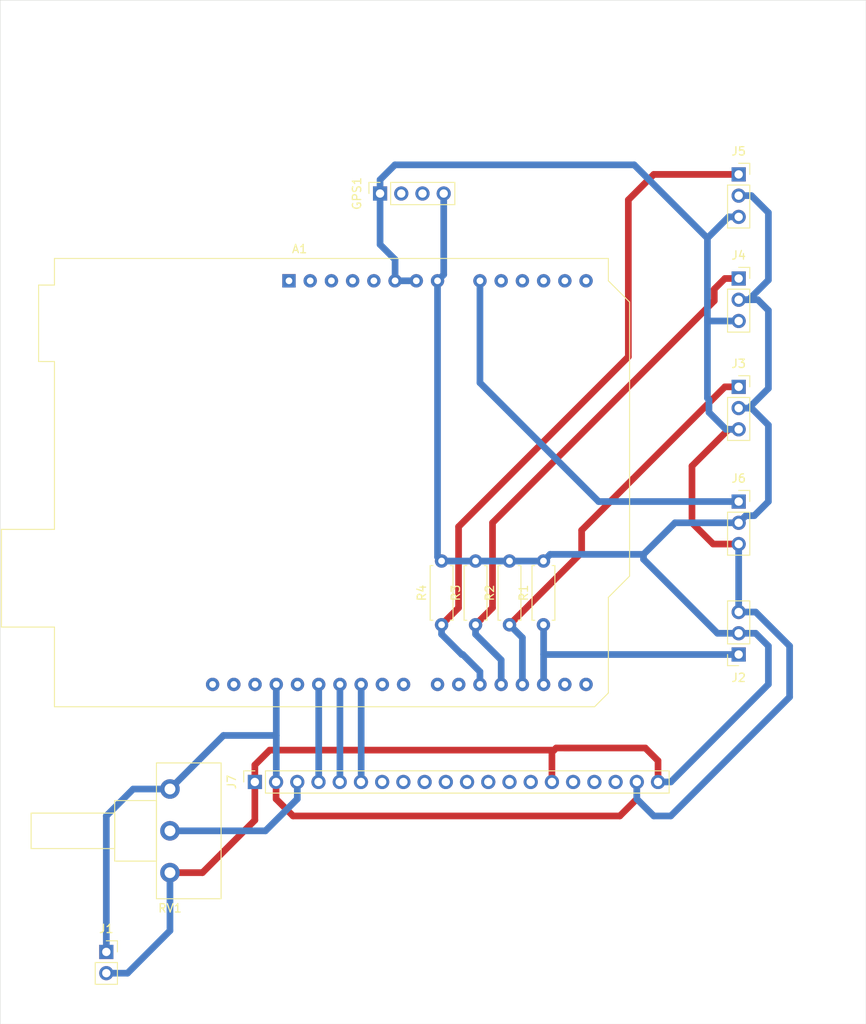
<source format=kicad_pcb>
(kicad_pcb (version 20171130) (host pcbnew "(5.1.4)-1")

  (general
    (thickness 1.6)
    (drawings 18)
    (tracks 140)
    (zones 0)
    (modules 14)
    (nets 43)
  )

  (page A4)
  (layers
    (0 F.Cu signal)
    (31 B.Cu signal)
    (32 B.Adhes user)
    (33 F.Adhes user)
    (34 B.Paste user)
    (35 F.Paste user)
    (36 B.SilkS user)
    (37 F.SilkS user)
    (38 B.Mask user)
    (39 F.Mask user)
    (40 Dwgs.User user)
    (41 Cmts.User user)
    (42 Eco1.User user)
    (43 Eco2.User user)
    (44 Edge.Cuts user)
    (45 Margin user)
    (46 B.CrtYd user)
    (47 F.CrtYd user)
    (48 B.Fab user)
    (49 F.Fab user)
  )

  (setup
    (last_trace_width 0.8)
    (user_trace_width 0.8)
    (trace_clearance 0.2)
    (zone_clearance 0.508)
    (zone_45_only no)
    (trace_min 0.2)
    (via_size 0.8)
    (via_drill 0.4)
    (via_min_size 0.4)
    (via_min_drill 0.3)
    (uvia_size 0.3)
    (uvia_drill 0.1)
    (uvias_allowed no)
    (uvia_min_size 0.2)
    (uvia_min_drill 0.1)
    (edge_width 0.05)
    (segment_width 0.2)
    (pcb_text_width 0.3)
    (pcb_text_size 1.5 1.5)
    (mod_edge_width 0.12)
    (mod_text_size 1 1)
    (mod_text_width 0.15)
    (pad_size 1.524 1.524)
    (pad_drill 0.762)
    (pad_to_mask_clearance 0.051)
    (solder_mask_min_width 0.25)
    (aux_axis_origin 0 0)
    (visible_elements FFFFFF7F)
    (pcbplotparams
      (layerselection 0x010fc_ffffffff)
      (usegerberextensions false)
      (usegerberattributes false)
      (usegerberadvancedattributes false)
      (creategerberjobfile false)
      (excludeedgelayer true)
      (linewidth 0.100000)
      (plotframeref false)
      (viasonmask false)
      (mode 1)
      (useauxorigin false)
      (hpglpennumber 1)
      (hpglpenspeed 20)
      (hpglpendiameter 15.000000)
      (psnegative false)
      (psa4output false)
      (plotreference true)
      (plotvalue true)
      (plotinvisibletext false)
      (padsonsilk false)
      (subtractmaskfromsilk false)
      (outputformat 1)
      (mirror false)
      (drillshape 1)
      (scaleselection 1)
      (outputdirectory ""))
  )

  (net 0 "")
  (net 1 "Net-(A1-Pad32)")
  (net 2 "Net-(A1-Pad31)")
  (net 3 "Net-(A1-Pad1)")
  (net 4 "Net-(A1-Pad17)")
  (net 5 "Net-(A1-Pad2)")
  (net 6 "Net-(A1-Pad18)")
  (net 7 "Net-(A1-Pad3)")
  (net 8 "Net-(A1-Pad19)")
  (net 9 "Net-(A1-Pad4)")
  (net 10 "Net-(A1-Pad20)")
  (net 11 "Net-(A1-Pad5)")
  (net 12 "Net-(A1-Pad21)")
  (net 13 /Vcc)
  (net 14 "Net-(A1-Pad22)")
  (net 15 "Net-(A1-Pad23)")
  (net 16 /GND)
  (net 17 "Net-(A1-Pad24)")
  (net 18 "Net-(A1-Pad9)")
  (net 19 "Net-(A1-Pad25)")
  (net 20 "Net-(A1-Pad10)")
  (net 21 "Net-(A1-Pad26)")
  (net 22 "Net-(A1-Pad11)")
  (net 23 "Net-(A1-Pad27)")
  (net 24 "Net-(A1-Pad12)")
  (net 25 "Net-(A1-Pad28)")
  (net 26 "Net-(A1-Pad13)")
  (net 27 "Net-(A1-Pad14)")
  (net 28 "Net-(A1-Pad30)")
  (net 29 "Net-(A1-Pad15)")
  (net 30 "Net-(A1-Pad16)")
  (net 31 "Net-(J7-Pad3)")
  (net 32 "Net-(J7-Pad7)")
  (net 33 "Net-(J7-Pad8)")
  (net 34 "Net-(J7-Pad9)")
  (net 35 "Net-(J7-Pad10)")
  (net 36 "Net-(J7-Pad11)")
  (net 37 "Net-(J7-Pad12)")
  (net 38 "Net-(J7-Pad13)")
  (net 39 "Net-(J7-Pad14)")
  (net 40 "Net-(J7-Pad16)")
  (net 41 "Net-(J7-Pad17)")
  (net 42 "Net-(J7-Pad18)")

  (net_class Default "Esta es la clase de red por defecto."
    (clearance 0.2)
    (trace_width 0.25)
    (via_dia 0.8)
    (via_drill 0.4)
    (uvia_dia 0.3)
    (uvia_drill 0.1)
    (add_net /GND)
    (add_net /Vcc)
    (add_net "Net-(A1-Pad1)")
    (add_net "Net-(A1-Pad10)")
    (add_net "Net-(A1-Pad11)")
    (add_net "Net-(A1-Pad12)")
    (add_net "Net-(A1-Pad13)")
    (add_net "Net-(A1-Pad14)")
    (add_net "Net-(A1-Pad15)")
    (add_net "Net-(A1-Pad16)")
    (add_net "Net-(A1-Pad17)")
    (add_net "Net-(A1-Pad18)")
    (add_net "Net-(A1-Pad19)")
    (add_net "Net-(A1-Pad2)")
    (add_net "Net-(A1-Pad20)")
    (add_net "Net-(A1-Pad21)")
    (add_net "Net-(A1-Pad22)")
    (add_net "Net-(A1-Pad23)")
    (add_net "Net-(A1-Pad24)")
    (add_net "Net-(A1-Pad25)")
    (add_net "Net-(A1-Pad26)")
    (add_net "Net-(A1-Pad27)")
    (add_net "Net-(A1-Pad28)")
    (add_net "Net-(A1-Pad3)")
    (add_net "Net-(A1-Pad30)")
    (add_net "Net-(A1-Pad31)")
    (add_net "Net-(A1-Pad32)")
    (add_net "Net-(A1-Pad4)")
    (add_net "Net-(A1-Pad5)")
    (add_net "Net-(A1-Pad9)")
    (add_net "Net-(J7-Pad10)")
    (add_net "Net-(J7-Pad11)")
    (add_net "Net-(J7-Pad12)")
    (add_net "Net-(J7-Pad13)")
    (add_net "Net-(J7-Pad14)")
    (add_net "Net-(J7-Pad16)")
    (add_net "Net-(J7-Pad17)")
    (add_net "Net-(J7-Pad18)")
    (add_net "Net-(J7-Pad3)")
    (add_net "Net-(J7-Pad7)")
    (add_net "Net-(J7-Pad8)")
    (add_net "Net-(J7-Pad9)")
  )

  (module Module:Arduino_UNO_R3 (layer F.Cu) (tedit 58AB60FC) (tstamp 5D984B31)
    (at 101.113001 88.413001)
    (descr "Arduino UNO R3, http://www.mouser.com/pdfdocs/Gravitech_Arduino_Nano3_0.pdf")
    (tags "Arduino UNO R3")
    (path /5D966E3F)
    (fp_text reference A1 (at 1.27 -3.81 180) (layer F.SilkS)
      (effects (font (size 1 1) (thickness 0.15)))
    )
    (fp_text value Arduino_UNO_R3 (at 0 22.86) (layer F.Fab)
      (effects (font (size 1 1) (thickness 0.15)))
    )
    (fp_text user %R (at 0 20.32 180) (layer F.Fab)
      (effects (font (size 1 1) (thickness 0.15)))
    )
    (fp_line (start 38.35 -2.79) (end 38.35 0) (layer F.CrtYd) (width 0.05))
    (fp_line (start 38.35 0) (end 40.89 2.54) (layer F.CrtYd) (width 0.05))
    (fp_line (start 40.89 2.54) (end 40.89 35.31) (layer F.CrtYd) (width 0.05))
    (fp_line (start 40.89 35.31) (end 38.35 37.85) (layer F.CrtYd) (width 0.05))
    (fp_line (start 38.35 37.85) (end 38.35 49.28) (layer F.CrtYd) (width 0.05))
    (fp_line (start 38.35 49.28) (end 36.58 51.05) (layer F.CrtYd) (width 0.05))
    (fp_line (start 36.58 51.05) (end -28.19 51.05) (layer F.CrtYd) (width 0.05))
    (fp_line (start -28.19 51.05) (end -28.19 41.53) (layer F.CrtYd) (width 0.05))
    (fp_line (start -28.19 41.53) (end -34.54 41.53) (layer F.CrtYd) (width 0.05))
    (fp_line (start -34.54 41.53) (end -34.54 29.59) (layer F.CrtYd) (width 0.05))
    (fp_line (start -34.54 29.59) (end -28.19 29.59) (layer F.CrtYd) (width 0.05))
    (fp_line (start -28.19 29.59) (end -28.19 9.78) (layer F.CrtYd) (width 0.05))
    (fp_line (start -28.19 9.78) (end -30.1 9.78) (layer F.CrtYd) (width 0.05))
    (fp_line (start -30.1 9.78) (end -30.1 0.38) (layer F.CrtYd) (width 0.05))
    (fp_line (start -30.1 0.38) (end -28.19 0.38) (layer F.CrtYd) (width 0.05))
    (fp_line (start -28.19 0.38) (end -28.19 -2.79) (layer F.CrtYd) (width 0.05))
    (fp_line (start -28.19 -2.79) (end 38.35 -2.79) (layer F.CrtYd) (width 0.05))
    (fp_line (start 40.77 35.31) (end 40.77 2.54) (layer F.SilkS) (width 0.12))
    (fp_line (start 40.77 2.54) (end 38.23 0) (layer F.SilkS) (width 0.12))
    (fp_line (start 38.23 0) (end 38.23 -2.67) (layer F.SilkS) (width 0.12))
    (fp_line (start 38.23 -2.67) (end -28.07 -2.67) (layer F.SilkS) (width 0.12))
    (fp_line (start -28.07 -2.67) (end -28.07 0.51) (layer F.SilkS) (width 0.12))
    (fp_line (start -28.07 0.51) (end -29.97 0.51) (layer F.SilkS) (width 0.12))
    (fp_line (start -29.97 0.51) (end -29.97 9.65) (layer F.SilkS) (width 0.12))
    (fp_line (start -29.97 9.65) (end -28.07 9.65) (layer F.SilkS) (width 0.12))
    (fp_line (start -28.07 9.65) (end -28.07 29.72) (layer F.SilkS) (width 0.12))
    (fp_line (start -28.07 29.72) (end -34.42 29.72) (layer F.SilkS) (width 0.12))
    (fp_line (start -34.42 29.72) (end -34.42 41.4) (layer F.SilkS) (width 0.12))
    (fp_line (start -34.42 41.4) (end -28.07 41.4) (layer F.SilkS) (width 0.12))
    (fp_line (start -28.07 41.4) (end -28.07 50.93) (layer F.SilkS) (width 0.12))
    (fp_line (start -28.07 50.93) (end 36.58 50.93) (layer F.SilkS) (width 0.12))
    (fp_line (start 36.58 50.93) (end 38.23 49.28) (layer F.SilkS) (width 0.12))
    (fp_line (start 38.23 49.28) (end 38.23 37.85) (layer F.SilkS) (width 0.12))
    (fp_line (start 38.23 37.85) (end 40.77 35.31) (layer F.SilkS) (width 0.12))
    (fp_line (start -34.29 29.84) (end -18.41 29.84) (layer F.Fab) (width 0.1))
    (fp_line (start -18.41 29.84) (end -18.41 41.27) (layer F.Fab) (width 0.1))
    (fp_line (start -18.41 41.27) (end -34.29 41.27) (layer F.Fab) (width 0.1))
    (fp_line (start -34.29 41.27) (end -34.29 29.84) (layer F.Fab) (width 0.1))
    (fp_line (start -29.84 0.64) (end -16.51 0.64) (layer F.Fab) (width 0.1))
    (fp_line (start -16.51 0.64) (end -16.51 9.53) (layer F.Fab) (width 0.1))
    (fp_line (start -16.51 9.53) (end -29.84 9.53) (layer F.Fab) (width 0.1))
    (fp_line (start -29.84 9.53) (end -29.84 0.64) (layer F.Fab) (width 0.1))
    (fp_line (start 38.1 37.85) (end 38.1 49.28) (layer F.Fab) (width 0.1))
    (fp_line (start 40.64 2.54) (end 40.64 35.31) (layer F.Fab) (width 0.1))
    (fp_line (start 40.64 35.31) (end 38.1 37.85) (layer F.Fab) (width 0.1))
    (fp_line (start 38.1 -2.54) (end 38.1 0) (layer F.Fab) (width 0.1))
    (fp_line (start 38.1 0) (end 40.64 2.54) (layer F.Fab) (width 0.1))
    (fp_line (start 38.1 49.28) (end 36.58 50.8) (layer F.Fab) (width 0.1))
    (fp_line (start 36.58 50.8) (end -27.94 50.8) (layer F.Fab) (width 0.1))
    (fp_line (start -27.94 50.8) (end -27.94 -2.54) (layer F.Fab) (width 0.1))
    (fp_line (start -27.94 -2.54) (end 38.1 -2.54) (layer F.Fab) (width 0.1))
    (pad 32 thru_hole oval (at -9.14 48.26 90) (size 1.6 1.6) (drill 0.8) (layers *.Cu *.Mask)
      (net 1 "Net-(A1-Pad32)"))
    (pad 31 thru_hole oval (at -6.6 48.26 90) (size 1.6 1.6) (drill 0.8) (layers *.Cu *.Mask)
      (net 2 "Net-(A1-Pad31)"))
    (pad 1 thru_hole rect (at 0 0 90) (size 1.6 1.6) (drill 0.8) (layers *.Cu *.Mask)
      (net 3 "Net-(A1-Pad1)"))
    (pad 17 thru_hole oval (at 30.48 48.26 90) (size 1.6 1.6) (drill 0.8) (layers *.Cu *.Mask)
      (net 4 "Net-(A1-Pad17)"))
    (pad 2 thru_hole oval (at 2.54 0 90) (size 1.6 1.6) (drill 0.8) (layers *.Cu *.Mask)
      (net 5 "Net-(A1-Pad2)"))
    (pad 18 thru_hole oval (at 27.94 48.26 90) (size 1.6 1.6) (drill 0.8) (layers *.Cu *.Mask)
      (net 6 "Net-(A1-Pad18)"))
    (pad 3 thru_hole oval (at 5.08 0 90) (size 1.6 1.6) (drill 0.8) (layers *.Cu *.Mask)
      (net 7 "Net-(A1-Pad3)"))
    (pad 19 thru_hole oval (at 25.4 48.26 90) (size 1.6 1.6) (drill 0.8) (layers *.Cu *.Mask)
      (net 8 "Net-(A1-Pad19)"))
    (pad 4 thru_hole oval (at 7.62 0 90) (size 1.6 1.6) (drill 0.8) (layers *.Cu *.Mask)
      (net 9 "Net-(A1-Pad4)"))
    (pad 20 thru_hole oval (at 22.86 48.26 90) (size 1.6 1.6) (drill 0.8) (layers *.Cu *.Mask)
      (net 10 "Net-(A1-Pad20)"))
    (pad 5 thru_hole oval (at 10.16 0 90) (size 1.6 1.6) (drill 0.8) (layers *.Cu *.Mask)
      (net 11 "Net-(A1-Pad5)"))
    (pad 21 thru_hole oval (at 20.32 48.26 90) (size 1.6 1.6) (drill 0.8) (layers *.Cu *.Mask)
      (net 12 "Net-(A1-Pad21)"))
    (pad 6 thru_hole oval (at 12.7 0 90) (size 1.6 1.6) (drill 0.8) (layers *.Cu *.Mask)
      (net 13 /Vcc))
    (pad 22 thru_hole oval (at 17.78 48.26 90) (size 1.6 1.6) (drill 0.8) (layers *.Cu *.Mask)
      (net 14 "Net-(A1-Pad22)"))
    (pad 7 thru_hole oval (at 15.24 0 90) (size 1.6 1.6) (drill 0.8) (layers *.Cu *.Mask)
      (net 13 /Vcc))
    (pad 23 thru_hole oval (at 13.72 48.26 90) (size 1.6 1.6) (drill 0.8) (layers *.Cu *.Mask)
      (net 15 "Net-(A1-Pad23)"))
    (pad 8 thru_hole oval (at 17.78 0 90) (size 1.6 1.6) (drill 0.8) (layers *.Cu *.Mask)
      (net 16 /GND))
    (pad 24 thru_hole oval (at 11.18 48.26 90) (size 1.6 1.6) (drill 0.8) (layers *.Cu *.Mask)
      (net 17 "Net-(A1-Pad24)"))
    (pad 9 thru_hole oval (at 22.86 0 90) (size 1.6 1.6) (drill 0.8) (layers *.Cu *.Mask)
      (net 18 "Net-(A1-Pad9)"))
    (pad 25 thru_hole oval (at 8.64 48.26 90) (size 1.6 1.6) (drill 0.8) (layers *.Cu *.Mask)
      (net 19 "Net-(A1-Pad25)"))
    (pad 10 thru_hole oval (at 25.4 0 90) (size 1.6 1.6) (drill 0.8) (layers *.Cu *.Mask)
      (net 20 "Net-(A1-Pad10)"))
    (pad 26 thru_hole oval (at 6.1 48.26 90) (size 1.6 1.6) (drill 0.8) (layers *.Cu *.Mask)
      (net 21 "Net-(A1-Pad26)"))
    (pad 11 thru_hole oval (at 27.94 0 90) (size 1.6 1.6) (drill 0.8) (layers *.Cu *.Mask)
      (net 22 "Net-(A1-Pad11)"))
    (pad 27 thru_hole oval (at 3.56 48.26 90) (size 1.6 1.6) (drill 0.8) (layers *.Cu *.Mask)
      (net 23 "Net-(A1-Pad27)"))
    (pad 12 thru_hole oval (at 30.48 0 90) (size 1.6 1.6) (drill 0.8) (layers *.Cu *.Mask)
      (net 24 "Net-(A1-Pad12)"))
    (pad 28 thru_hole oval (at 1.02 48.26 90) (size 1.6 1.6) (drill 0.8) (layers *.Cu *.Mask)
      (net 25 "Net-(A1-Pad28)"))
    (pad 13 thru_hole oval (at 33.02 0 90) (size 1.6 1.6) (drill 0.8) (layers *.Cu *.Mask)
      (net 26 "Net-(A1-Pad13)"))
    (pad 29 thru_hole oval (at -1.52 48.26 90) (size 1.6 1.6) (drill 0.8) (layers *.Cu *.Mask)
      (net 13 /Vcc))
    (pad 14 thru_hole oval (at 35.56 0 90) (size 1.6 1.6) (drill 0.8) (layers *.Cu *.Mask)
      (net 27 "Net-(A1-Pad14)"))
    (pad 30 thru_hole oval (at -4.06 48.26 90) (size 1.6 1.6) (drill 0.8) (layers *.Cu *.Mask)
      (net 28 "Net-(A1-Pad30)"))
    (pad 15 thru_hole oval (at 35.56 48.26 90) (size 1.6 1.6) (drill 0.8) (layers *.Cu *.Mask)
      (net 29 "Net-(A1-Pad15)"))
    (pad 16 thru_hole oval (at 33.02 48.26 90) (size 1.6 1.6) (drill 0.8) (layers *.Cu *.Mask)
      (net 30 "Net-(A1-Pad16)"))
    (model ${KISYS3DMOD}/Module.3dshapes/Arduino_UNO_R3.wrl
      (at (xyz 0 0 0))
      (scale (xyz 1 1 1))
      (rotate (xyz 0 0 0))
    )
  )

  (module Resistor_THT:R_Axial_DIN0207_L6.3mm_D2.5mm_P7.62mm_Horizontal (layer F.Cu) (tedit 5AE5139B) (tstamp 5D984BF7)
    (at 131.572 129.54 90)
    (descr "Resistor, Axial_DIN0207 series, Axial, Horizontal, pin pitch=7.62mm, 0.25W = 1/4W, length*diameter=6.3*2.5mm^2, http://cdn-reichelt.de/documents/datenblatt/B400/1_4W%23YAG.pdf")
    (tags "Resistor Axial_DIN0207 series Axial Horizontal pin pitch 7.62mm 0.25W = 1/4W length 6.3mm diameter 2.5mm")
    (path /5D987317)
    (fp_text reference R1 (at 3.81 -2.37 90) (layer F.SilkS)
      (effects (font (size 1 1) (thickness 0.15)))
    )
    (fp_text value 10k (at 3.81 2.37 90) (layer F.Fab)
      (effects (font (size 1 1) (thickness 0.15)))
    )
    (fp_text user %R (at 3.81 0 90) (layer F.Fab)
      (effects (font (size 1 1) (thickness 0.15)))
    )
    (fp_line (start 8.67 -1.5) (end -1.05 -1.5) (layer F.CrtYd) (width 0.05))
    (fp_line (start 8.67 1.5) (end 8.67 -1.5) (layer F.CrtYd) (width 0.05))
    (fp_line (start -1.05 1.5) (end 8.67 1.5) (layer F.CrtYd) (width 0.05))
    (fp_line (start -1.05 -1.5) (end -1.05 1.5) (layer F.CrtYd) (width 0.05))
    (fp_line (start 7.08 1.37) (end 7.08 1.04) (layer F.SilkS) (width 0.12))
    (fp_line (start 0.54 1.37) (end 7.08 1.37) (layer F.SilkS) (width 0.12))
    (fp_line (start 0.54 1.04) (end 0.54 1.37) (layer F.SilkS) (width 0.12))
    (fp_line (start 7.08 -1.37) (end 7.08 -1.04) (layer F.SilkS) (width 0.12))
    (fp_line (start 0.54 -1.37) (end 7.08 -1.37) (layer F.SilkS) (width 0.12))
    (fp_line (start 0.54 -1.04) (end 0.54 -1.37) (layer F.SilkS) (width 0.12))
    (fp_line (start 7.62 0) (end 6.96 0) (layer F.Fab) (width 0.1))
    (fp_line (start 0 0) (end 0.66 0) (layer F.Fab) (width 0.1))
    (fp_line (start 6.96 -1.25) (end 0.66 -1.25) (layer F.Fab) (width 0.1))
    (fp_line (start 6.96 1.25) (end 6.96 -1.25) (layer F.Fab) (width 0.1))
    (fp_line (start 0.66 1.25) (end 6.96 1.25) (layer F.Fab) (width 0.1))
    (fp_line (start 0.66 -1.25) (end 0.66 1.25) (layer F.Fab) (width 0.1))
    (pad 2 thru_hole oval (at 7.62 0 90) (size 1.6 1.6) (drill 0.8) (layers *.Cu *.Mask)
      (net 16 /GND))
    (pad 1 thru_hole circle (at 0 0 90) (size 1.6 1.6) (drill 0.8) (layers *.Cu *.Mask)
      (net 4 "Net-(A1-Pad17)"))
    (model ${KISYS3DMOD}/Resistor_THT.3dshapes/R_Axial_DIN0207_L6.3mm_D2.5mm_P7.62mm_Horizontal.wrl
      (at (xyz 0 0 0))
      (scale (xyz 1 1 1))
      (rotate (xyz 0 0 0))
    )
  )

  (module Resistor_THT:R_Axial_DIN0207_L6.3mm_D2.5mm_P7.62mm_Horizontal (layer F.Cu) (tedit 5AE5139B) (tstamp 5D985982)
    (at 127.508 129.54 90)
    (descr "Resistor, Axial_DIN0207 series, Axial, Horizontal, pin pitch=7.62mm, 0.25W = 1/4W, length*diameter=6.3*2.5mm^2, http://cdn-reichelt.de/documents/datenblatt/B400/1_4W%23YAG.pdf")
    (tags "Resistor Axial_DIN0207 series Axial Horizontal pin pitch 7.62mm 0.25W = 1/4W length 6.3mm diameter 2.5mm")
    (path /5D9878C7)
    (fp_text reference R2 (at 3.81 -2.37 90) (layer F.SilkS)
      (effects (font (size 1 1) (thickness 0.15)))
    )
    (fp_text value 10k (at 3.81 2.37 90) (layer F.Fab)
      (effects (font (size 1 1) (thickness 0.15)))
    )
    (fp_line (start 0.66 -1.25) (end 0.66 1.25) (layer F.Fab) (width 0.1))
    (fp_line (start 0.66 1.25) (end 6.96 1.25) (layer F.Fab) (width 0.1))
    (fp_line (start 6.96 1.25) (end 6.96 -1.25) (layer F.Fab) (width 0.1))
    (fp_line (start 6.96 -1.25) (end 0.66 -1.25) (layer F.Fab) (width 0.1))
    (fp_line (start 0 0) (end 0.66 0) (layer F.Fab) (width 0.1))
    (fp_line (start 7.62 0) (end 6.96 0) (layer F.Fab) (width 0.1))
    (fp_line (start 0.54 -1.04) (end 0.54 -1.37) (layer F.SilkS) (width 0.12))
    (fp_line (start 0.54 -1.37) (end 7.08 -1.37) (layer F.SilkS) (width 0.12))
    (fp_line (start 7.08 -1.37) (end 7.08 -1.04) (layer F.SilkS) (width 0.12))
    (fp_line (start 0.54 1.04) (end 0.54 1.37) (layer F.SilkS) (width 0.12))
    (fp_line (start 0.54 1.37) (end 7.08 1.37) (layer F.SilkS) (width 0.12))
    (fp_line (start 7.08 1.37) (end 7.08 1.04) (layer F.SilkS) (width 0.12))
    (fp_line (start -1.05 -1.5) (end -1.05 1.5) (layer F.CrtYd) (width 0.05))
    (fp_line (start -1.05 1.5) (end 8.67 1.5) (layer F.CrtYd) (width 0.05))
    (fp_line (start 8.67 1.5) (end 8.67 -1.5) (layer F.CrtYd) (width 0.05))
    (fp_line (start 8.67 -1.5) (end -1.05 -1.5) (layer F.CrtYd) (width 0.05))
    (fp_text user %R (at 3.81 0 90) (layer F.Fab)
      (effects (font (size 1 1) (thickness 0.15)))
    )
    (pad 1 thru_hole circle (at 0 0 90) (size 1.6 1.6) (drill 0.8) (layers *.Cu *.Mask)
      (net 6 "Net-(A1-Pad18)"))
    (pad 2 thru_hole oval (at 7.62 0 90) (size 1.6 1.6) (drill 0.8) (layers *.Cu *.Mask)
      (net 16 /GND))
    (model ${KISYS3DMOD}/Resistor_THT.3dshapes/R_Axial_DIN0207_L6.3mm_D2.5mm_P7.62mm_Horizontal.wrl
      (at (xyz 0 0 0))
      (scale (xyz 1 1 1))
      (rotate (xyz 0 0 0))
    )
  )

  (module Resistor_THT:R_Axial_DIN0207_L6.3mm_D2.5mm_P7.62mm_Horizontal (layer F.Cu) (tedit 5AE5139B) (tstamp 5D984C25)
    (at 123.444 129.54 90)
    (descr "Resistor, Axial_DIN0207 series, Axial, Horizontal, pin pitch=7.62mm, 0.25W = 1/4W, length*diameter=6.3*2.5mm^2, http://cdn-reichelt.de/documents/datenblatt/B400/1_4W%23YAG.pdf")
    (tags "Resistor Axial_DIN0207 series Axial Horizontal pin pitch 7.62mm 0.25W = 1/4W length 6.3mm diameter 2.5mm")
    (path /5D9880A7)
    (fp_text reference R3 (at 3.81 -2.37 90) (layer F.SilkS)
      (effects (font (size 1 1) (thickness 0.15)))
    )
    (fp_text value 10k (at 3.81 2.37 90) (layer F.Fab)
      (effects (font (size 1 1) (thickness 0.15)))
    )
    (fp_line (start 0.66 -1.25) (end 0.66 1.25) (layer F.Fab) (width 0.1))
    (fp_line (start 0.66 1.25) (end 6.96 1.25) (layer F.Fab) (width 0.1))
    (fp_line (start 6.96 1.25) (end 6.96 -1.25) (layer F.Fab) (width 0.1))
    (fp_line (start 6.96 -1.25) (end 0.66 -1.25) (layer F.Fab) (width 0.1))
    (fp_line (start 0 0) (end 0.66 0) (layer F.Fab) (width 0.1))
    (fp_line (start 7.62 0) (end 6.96 0) (layer F.Fab) (width 0.1))
    (fp_line (start 0.54 -1.04) (end 0.54 -1.37) (layer F.SilkS) (width 0.12))
    (fp_line (start 0.54 -1.37) (end 7.08 -1.37) (layer F.SilkS) (width 0.12))
    (fp_line (start 7.08 -1.37) (end 7.08 -1.04) (layer F.SilkS) (width 0.12))
    (fp_line (start 0.54 1.04) (end 0.54 1.37) (layer F.SilkS) (width 0.12))
    (fp_line (start 0.54 1.37) (end 7.08 1.37) (layer F.SilkS) (width 0.12))
    (fp_line (start 7.08 1.37) (end 7.08 1.04) (layer F.SilkS) (width 0.12))
    (fp_line (start -1.05 -1.5) (end -1.05 1.5) (layer F.CrtYd) (width 0.05))
    (fp_line (start -1.05 1.5) (end 8.67 1.5) (layer F.CrtYd) (width 0.05))
    (fp_line (start 8.67 1.5) (end 8.67 -1.5) (layer F.CrtYd) (width 0.05))
    (fp_line (start 8.67 -1.5) (end -1.05 -1.5) (layer F.CrtYd) (width 0.05))
    (fp_text user %R (at 3.81 0 90) (layer F.Fab)
      (effects (font (size 1 1) (thickness 0.15)))
    )
    (pad 1 thru_hole circle (at 0 0 90) (size 1.6 1.6) (drill 0.8) (layers *.Cu *.Mask)
      (net 8 "Net-(A1-Pad19)"))
    (pad 2 thru_hole oval (at 7.62 0 90) (size 1.6 1.6) (drill 0.8) (layers *.Cu *.Mask)
      (net 16 /GND))
    (model ${KISYS3DMOD}/Resistor_THT.3dshapes/R_Axial_DIN0207_L6.3mm_D2.5mm_P7.62mm_Horizontal.wrl
      (at (xyz 0 0 0))
      (scale (xyz 1 1 1))
      (rotate (xyz 0 0 0))
    )
  )

  (module Resistor_THT:R_Axial_DIN0207_L6.3mm_D2.5mm_P7.62mm_Horizontal (layer F.Cu) (tedit 5AE5139B) (tstamp 5D9858D0)
    (at 119.38 129.54 90)
    (descr "Resistor, Axial_DIN0207 series, Axial, Horizontal, pin pitch=7.62mm, 0.25W = 1/4W, length*diameter=6.3*2.5mm^2, http://cdn-reichelt.de/documents/datenblatt/B400/1_4W%23YAG.pdf")
    (tags "Resistor Axial_DIN0207 series Axial Horizontal pin pitch 7.62mm 0.25W = 1/4W length 6.3mm diameter 2.5mm")
    (path /5D9887FE)
    (fp_text reference R4 (at 3.81 -2.37 90) (layer F.SilkS)
      (effects (font (size 1 1) (thickness 0.15)))
    )
    (fp_text value 10k (at 3.81 2.37 90) (layer F.Fab)
      (effects (font (size 1 1) (thickness 0.15)))
    )
    (fp_text user %R (at 3.81 0 90) (layer F.Fab)
      (effects (font (size 1 1) (thickness 0.15)))
    )
    (fp_line (start 8.67 -1.5) (end -1.05 -1.5) (layer F.CrtYd) (width 0.05))
    (fp_line (start 8.67 1.5) (end 8.67 -1.5) (layer F.CrtYd) (width 0.05))
    (fp_line (start -1.05 1.5) (end 8.67 1.5) (layer F.CrtYd) (width 0.05))
    (fp_line (start -1.05 -1.5) (end -1.05 1.5) (layer F.CrtYd) (width 0.05))
    (fp_line (start 7.08 1.37) (end 7.08 1.04) (layer F.SilkS) (width 0.12))
    (fp_line (start 0.54 1.37) (end 7.08 1.37) (layer F.SilkS) (width 0.12))
    (fp_line (start 0.54 1.04) (end 0.54 1.37) (layer F.SilkS) (width 0.12))
    (fp_line (start 7.08 -1.37) (end 7.08 -1.04) (layer F.SilkS) (width 0.12))
    (fp_line (start 0.54 -1.37) (end 7.08 -1.37) (layer F.SilkS) (width 0.12))
    (fp_line (start 0.54 -1.04) (end 0.54 -1.37) (layer F.SilkS) (width 0.12))
    (fp_line (start 7.62 0) (end 6.96 0) (layer F.Fab) (width 0.1))
    (fp_line (start 0 0) (end 0.66 0) (layer F.Fab) (width 0.1))
    (fp_line (start 6.96 -1.25) (end 0.66 -1.25) (layer F.Fab) (width 0.1))
    (fp_line (start 6.96 1.25) (end 6.96 -1.25) (layer F.Fab) (width 0.1))
    (fp_line (start 0.66 1.25) (end 6.96 1.25) (layer F.Fab) (width 0.1))
    (fp_line (start 0.66 -1.25) (end 0.66 1.25) (layer F.Fab) (width 0.1))
    (pad 2 thru_hole oval (at 7.62 0 90) (size 1.6 1.6) (drill 0.8) (layers *.Cu *.Mask)
      (net 16 /GND))
    (pad 1 thru_hole circle (at 0 0 90) (size 1.6 1.6) (drill 0.8) (layers *.Cu *.Mask)
      (net 10 "Net-(A1-Pad20)"))
    (model ${KISYS3DMOD}/Resistor_THT.3dshapes/R_Axial_DIN0207_L6.3mm_D2.5mm_P7.62mm_Horizontal.wrl
      (at (xyz 0 0 0))
      (scale (xyz 1 1 1))
      (rotate (xyz 0 0 0))
    )
  )

  (module Potentiometer_THT:Potentiometer_Piher_T-16H_Single_Horizontal (layer F.Cu) (tedit 5A3D4993) (tstamp 5D9857DD)
    (at 86.868 149.178 180)
    (descr "Potentiometer, horizontal, Piher T-16H Single, http://www.piher-nacesa.com/pdf/22-T16v03.pdf")
    (tags "Potentiometer horizontal Piher T-16H Single")
    (path /5D9B75A7)
    (fp_text reference RV1 (at 0 -14.25) (layer F.SilkS)
      (effects (font (size 1 1) (thickness 0.15)))
    )
    (fp_text value Pot10k (at 0 4.25) (layer F.Fab)
      (effects (font (size 1 1) (thickness 0.15)))
    )
    (fp_line (start -6 -13) (end -6 3) (layer F.Fab) (width 0.1))
    (fp_line (start -6 3) (end 1.5 3) (layer F.Fab) (width 0.1))
    (fp_line (start 1.5 3) (end 1.5 -13) (layer F.Fab) (width 0.1))
    (fp_line (start 1.5 -13) (end -6 -13) (layer F.Fab) (width 0.1))
    (fp_line (start 1.5 -8.5) (end 1.5 -1.5) (layer F.Fab) (width 0.1))
    (fp_line (start 1.5 -1.5) (end 6.5 -1.5) (layer F.Fab) (width 0.1))
    (fp_line (start 6.5 -1.5) (end 6.5 -8.5) (layer F.Fab) (width 0.1))
    (fp_line (start 6.5 -8.5) (end 1.5 -8.5) (layer F.Fab) (width 0.1))
    (fp_line (start 6.5 -7) (end 6.5 -3) (layer F.Fab) (width 0.1))
    (fp_line (start 6.5 -3) (end 16.5 -3) (layer F.Fab) (width 0.1))
    (fp_line (start 16.5 -3) (end 16.5 -7) (layer F.Fab) (width 0.1))
    (fp_line (start 16.5 -7) (end 6.5 -7) (layer F.Fab) (width 0.1))
    (fp_line (start -6.12 -13.12) (end 1.62 -13.12) (layer F.SilkS) (width 0.12))
    (fp_line (start -6.12 3.12) (end 1.62 3.12) (layer F.SilkS) (width 0.12))
    (fp_line (start -6.12 -13.12) (end -6.12 3.12) (layer F.SilkS) (width 0.12))
    (fp_line (start 1.62 -13.12) (end 1.62 3.12) (layer F.SilkS) (width 0.12))
    (fp_line (start 1.62 -8.62) (end 6.62 -8.62) (layer F.SilkS) (width 0.12))
    (fp_line (start 1.62 -1.38) (end 6.62 -1.38) (layer F.SilkS) (width 0.12))
    (fp_line (start 1.62 -8.62) (end 1.62 -1.38) (layer F.SilkS) (width 0.12))
    (fp_line (start 6.62 -8.62) (end 6.62 -1.38) (layer F.SilkS) (width 0.12))
    (fp_line (start 6.62 -7.12) (end 16.62 -7.12) (layer F.SilkS) (width 0.12))
    (fp_line (start 6.62 -2.88) (end 16.62 -2.88) (layer F.SilkS) (width 0.12))
    (fp_line (start 6.62 -7.12) (end 6.62 -2.88) (layer F.SilkS) (width 0.12))
    (fp_line (start 16.62 -7.12) (end 16.62 -2.88) (layer F.SilkS) (width 0.12))
    (fp_line (start -6.25 -13.25) (end -6.25 3.25) (layer F.CrtYd) (width 0.05))
    (fp_line (start -6.25 3.25) (end 16.75 3.25) (layer F.CrtYd) (width 0.05))
    (fp_line (start 16.75 3.25) (end 16.75 -13.25) (layer F.CrtYd) (width 0.05))
    (fp_line (start 16.75 -13.25) (end -6.25 -13.25) (layer F.CrtYd) (width 0.05))
    (fp_text user %R (at -2.25 -5) (layer F.Fab)
      (effects (font (size 1 1) (thickness 0.15)))
    )
    (pad 3 thru_hole circle (at 0 -10 180) (size 2.34 2.34) (drill 1.3) (layers *.Cu *.Mask)
      (net 16 /GND))
    (pad 2 thru_hole circle (at 0 -5 180) (size 2.34 2.34) (drill 1.3) (layers *.Cu *.Mask)
      (net 31 "Net-(J7-Pad3)"))
    (pad 1 thru_hole circle (at 0 0 180) (size 2.34 2.34) (drill 1.3) (layers *.Cu *.Mask)
      (net 13 /Vcc))
    (model ${KISYS3DMOD}/Potentiometer_THT.3dshapes/Potentiometer_Piher_T-16H_Single_Horizontal.wrl
      (at (xyz 0 0 0))
      (scale (xyz 1 1 1))
      (rotate (xyz 0 0 0))
    )
  )

  (module Connector_PinSocket_2.54mm:PinSocket_1x04_P2.54mm_Vertical (layer F.Cu) (tedit 5A19A429) (tstamp 5D9854C2)
    (at 112.014 77.978 90)
    (descr "Through hole straight socket strip, 1x04, 2.54mm pitch, single row (from Kicad 4.0.7), script generated")
    (tags "Through hole socket strip THT 1x04 2.54mm single row")
    (path /5D9F7FB0)
    (fp_text reference GPS1 (at 0 -2.77 90) (layer F.SilkS)
      (effects (font (size 1 1) (thickness 0.15)))
    )
    (fp_text value ConectorGPSNEO6 (at 0 10.39 90) (layer F.Fab)
      (effects (font (size 1 1) (thickness 0.15)))
    )
    (fp_line (start -1.27 -1.27) (end 0.635 -1.27) (layer F.Fab) (width 0.1))
    (fp_line (start 0.635 -1.27) (end 1.27 -0.635) (layer F.Fab) (width 0.1))
    (fp_line (start 1.27 -0.635) (end 1.27 8.89) (layer F.Fab) (width 0.1))
    (fp_line (start 1.27 8.89) (end -1.27 8.89) (layer F.Fab) (width 0.1))
    (fp_line (start -1.27 8.89) (end -1.27 -1.27) (layer F.Fab) (width 0.1))
    (fp_line (start -1.33 1.27) (end 1.33 1.27) (layer F.SilkS) (width 0.12))
    (fp_line (start -1.33 1.27) (end -1.33 8.95) (layer F.SilkS) (width 0.12))
    (fp_line (start -1.33 8.95) (end 1.33 8.95) (layer F.SilkS) (width 0.12))
    (fp_line (start 1.33 1.27) (end 1.33 8.95) (layer F.SilkS) (width 0.12))
    (fp_line (start 1.33 -1.33) (end 1.33 0) (layer F.SilkS) (width 0.12))
    (fp_line (start 0 -1.33) (end 1.33 -1.33) (layer F.SilkS) (width 0.12))
    (fp_line (start -1.8 -1.8) (end 1.75 -1.8) (layer F.CrtYd) (width 0.05))
    (fp_line (start 1.75 -1.8) (end 1.75 9.4) (layer F.CrtYd) (width 0.05))
    (fp_line (start 1.75 9.4) (end -1.8 9.4) (layer F.CrtYd) (width 0.05))
    (fp_line (start -1.8 9.4) (end -1.8 -1.8) (layer F.CrtYd) (width 0.05))
    (fp_text user %R (at 0 3.81 270) (layer F.Fab)
      (effects (font (size 1 1) (thickness 0.15)))
    )
    (pad 1 thru_hole rect (at 0 0 90) (size 1.7 1.7) (drill 1) (layers *.Cu *.Mask)
      (net 13 /Vcc))
    (pad 2 thru_hole oval (at 0 2.54 90) (size 1.7 1.7) (drill 1) (layers *.Cu *.Mask))
    (pad 3 thru_hole oval (at 0 5.08 90) (size 1.7 1.7) (drill 1) (layers *.Cu *.Mask))
    (pad 4 thru_hole oval (at 0 7.62 90) (size 1.7 1.7) (drill 1) (layers *.Cu *.Mask)
      (net 16 /GND))
    (model ${KISYS3DMOD}/Connector_PinSocket_2.54mm.3dshapes/PinSocket_1x04_P2.54mm_Vertical.wrl
      (at (xyz 0 0 0))
      (scale (xyz 1 1 1))
      (rotate (xyz 0 0 0))
    )
  )

  (module Connector_PinSocket_2.54mm:PinSocket_1x02_P2.54mm_Vertical (layer F.Cu) (tedit 5A19A420) (tstamp 5D985DBA)
    (at 79.248 168.656)
    (descr "Through hole straight socket strip, 1x02, 2.54mm pitch, single row (from Kicad 4.0.7), script generated")
    (tags "Through hole socket strip THT 1x02 2.54mm single row")
    (path /5D9F87A1)
    (fp_text reference J1 (at 0 -2.77) (layer F.SilkS)
      (effects (font (size 1 1) (thickness 0.15)))
    )
    (fp_text value Conn_01x02_Female (at 0 5.31) (layer F.Fab)
      (effects (font (size 1 1) (thickness 0.15)))
    )
    (fp_line (start -1.27 -1.27) (end 0.635 -1.27) (layer F.Fab) (width 0.1))
    (fp_line (start 0.635 -1.27) (end 1.27 -0.635) (layer F.Fab) (width 0.1))
    (fp_line (start 1.27 -0.635) (end 1.27 3.81) (layer F.Fab) (width 0.1))
    (fp_line (start 1.27 3.81) (end -1.27 3.81) (layer F.Fab) (width 0.1))
    (fp_line (start -1.27 3.81) (end -1.27 -1.27) (layer F.Fab) (width 0.1))
    (fp_line (start -1.33 1.27) (end 1.33 1.27) (layer F.SilkS) (width 0.12))
    (fp_line (start -1.33 1.27) (end -1.33 3.87) (layer F.SilkS) (width 0.12))
    (fp_line (start -1.33 3.87) (end 1.33 3.87) (layer F.SilkS) (width 0.12))
    (fp_line (start 1.33 1.27) (end 1.33 3.87) (layer F.SilkS) (width 0.12))
    (fp_line (start 1.33 -1.33) (end 1.33 0) (layer F.SilkS) (width 0.12))
    (fp_line (start 0 -1.33) (end 1.33 -1.33) (layer F.SilkS) (width 0.12))
    (fp_line (start -1.8 -1.8) (end 1.75 -1.8) (layer F.CrtYd) (width 0.05))
    (fp_line (start 1.75 -1.8) (end 1.75 4.3) (layer F.CrtYd) (width 0.05))
    (fp_line (start 1.75 4.3) (end -1.8 4.3) (layer F.CrtYd) (width 0.05))
    (fp_line (start -1.8 4.3) (end -1.8 -1.8) (layer F.CrtYd) (width 0.05))
    (fp_text user %R (at 0 1.27 90) (layer F.Fab)
      (effects (font (size 1 1) (thickness 0.15)))
    )
    (pad 1 thru_hole rect (at 0 0) (size 1.7 1.7) (drill 1) (layers *.Cu *.Mask)
      (net 13 /Vcc))
    (pad 2 thru_hole oval (at 0 2.54) (size 1.7 1.7) (drill 1) (layers *.Cu *.Mask)
      (net 16 /GND))
    (model ${KISYS3DMOD}/Connector_PinSocket_2.54mm.3dshapes/PinSocket_1x02_P2.54mm_Vertical.wrl
      (at (xyz 0 0 0))
      (scale (xyz 1 1 1))
      (rotate (xyz 0 0 0))
    )
  )

  (module Connector_PinSocket_2.54mm:PinSocket_1x03_P2.54mm_Vertical (layer F.Cu) (tedit 5A19A429) (tstamp 5D9854EF)
    (at 154.94 133.096 180)
    (descr "Through hole straight socket strip, 1x03, 2.54mm pitch, single row (from Kicad 4.0.7), script generated")
    (tags "Through hole socket strip THT 1x03 2.54mm single row")
    (path /5D9F9D23)
    (fp_text reference J2 (at 0 -2.77) (layer F.SilkS)
      (effects (font (size 1 1) (thickness 0.15)))
    )
    (fp_text value Humedad (at 0 7.85) (layer F.Fab)
      (effects (font (size 1 1) (thickness 0.15)))
    )
    (fp_line (start -1.27 -1.27) (end 0.635 -1.27) (layer F.Fab) (width 0.1))
    (fp_line (start 0.635 -1.27) (end 1.27 -0.635) (layer F.Fab) (width 0.1))
    (fp_line (start 1.27 -0.635) (end 1.27 6.35) (layer F.Fab) (width 0.1))
    (fp_line (start 1.27 6.35) (end -1.27 6.35) (layer F.Fab) (width 0.1))
    (fp_line (start -1.27 6.35) (end -1.27 -1.27) (layer F.Fab) (width 0.1))
    (fp_line (start -1.33 1.27) (end 1.33 1.27) (layer F.SilkS) (width 0.12))
    (fp_line (start -1.33 1.27) (end -1.33 6.41) (layer F.SilkS) (width 0.12))
    (fp_line (start -1.33 6.41) (end 1.33 6.41) (layer F.SilkS) (width 0.12))
    (fp_line (start 1.33 1.27) (end 1.33 6.41) (layer F.SilkS) (width 0.12))
    (fp_line (start 1.33 -1.33) (end 1.33 0) (layer F.SilkS) (width 0.12))
    (fp_line (start 0 -1.33) (end 1.33 -1.33) (layer F.SilkS) (width 0.12))
    (fp_line (start -1.8 -1.8) (end 1.75 -1.8) (layer F.CrtYd) (width 0.05))
    (fp_line (start 1.75 -1.8) (end 1.75 6.85) (layer F.CrtYd) (width 0.05))
    (fp_line (start 1.75 6.85) (end -1.8 6.85) (layer F.CrtYd) (width 0.05))
    (fp_line (start -1.8 6.85) (end -1.8 -1.8) (layer F.CrtYd) (width 0.05))
    (fp_text user %R (at 0 2.54 90) (layer F.Fab)
      (effects (font (size 1 1) (thickness 0.15)))
    )
    (pad 1 thru_hole rect (at 0 0 180) (size 1.7 1.7) (drill 1) (layers *.Cu *.Mask)
      (net 4 "Net-(A1-Pad17)"))
    (pad 2 thru_hole oval (at 0 2.54 180) (size 1.7 1.7) (drill 1) (layers *.Cu *.Mask)
      (net 16 /GND))
    (pad 3 thru_hole oval (at 0 5.08 180) (size 1.7 1.7) (drill 1) (layers *.Cu *.Mask)
      (net 13 /Vcc))
    (model ${KISYS3DMOD}/Connector_PinSocket_2.54mm.3dshapes/PinSocket_1x03_P2.54mm_Vertical.wrl
      (at (xyz 0 0 0))
      (scale (xyz 1 1 1))
      (rotate (xyz 0 0 0))
    )
  )

  (module Connector_PinSocket_2.54mm:PinSocket_1x03_P2.54mm_Vertical (layer F.Cu) (tedit 5A19A429) (tstamp 5D985FA6)
    (at 154.94 101.092)
    (descr "Through hole straight socket strip, 1x03, 2.54mm pitch, single row (from Kicad 4.0.7), script generated")
    (tags "Through hole socket strip THT 1x03 2.54mm single row")
    (path /5D9FB150)
    (fp_text reference J3 (at 0 -2.77) (layer F.SilkS)
      (effects (font (size 1 1) (thickness 0.15)))
    )
    (fp_text value "Nivel de agua" (at 0 7.85) (layer F.Fab)
      (effects (font (size 1 1) (thickness 0.15)))
    )
    (fp_text user %R (at 0 2.54 90) (layer F.Fab)
      (effects (font (size 1 1) (thickness 0.15)))
    )
    (fp_line (start -1.8 6.85) (end -1.8 -1.8) (layer F.CrtYd) (width 0.05))
    (fp_line (start 1.75 6.85) (end -1.8 6.85) (layer F.CrtYd) (width 0.05))
    (fp_line (start 1.75 -1.8) (end 1.75 6.85) (layer F.CrtYd) (width 0.05))
    (fp_line (start -1.8 -1.8) (end 1.75 -1.8) (layer F.CrtYd) (width 0.05))
    (fp_line (start 0 -1.33) (end 1.33 -1.33) (layer F.SilkS) (width 0.12))
    (fp_line (start 1.33 -1.33) (end 1.33 0) (layer F.SilkS) (width 0.12))
    (fp_line (start 1.33 1.27) (end 1.33 6.41) (layer F.SilkS) (width 0.12))
    (fp_line (start -1.33 6.41) (end 1.33 6.41) (layer F.SilkS) (width 0.12))
    (fp_line (start -1.33 1.27) (end -1.33 6.41) (layer F.SilkS) (width 0.12))
    (fp_line (start -1.33 1.27) (end 1.33 1.27) (layer F.SilkS) (width 0.12))
    (fp_line (start -1.27 6.35) (end -1.27 -1.27) (layer F.Fab) (width 0.1))
    (fp_line (start 1.27 6.35) (end -1.27 6.35) (layer F.Fab) (width 0.1))
    (fp_line (start 1.27 -0.635) (end 1.27 6.35) (layer F.Fab) (width 0.1))
    (fp_line (start 0.635 -1.27) (end 1.27 -0.635) (layer F.Fab) (width 0.1))
    (fp_line (start -1.27 -1.27) (end 0.635 -1.27) (layer F.Fab) (width 0.1))
    (pad 3 thru_hole oval (at 0 5.08) (size 1.7 1.7) (drill 1) (layers *.Cu *.Mask)
      (net 13 /Vcc))
    (pad 2 thru_hole oval (at 0 2.54) (size 1.7 1.7) (drill 1) (layers *.Cu *.Mask)
      (net 16 /GND))
    (pad 1 thru_hole rect (at 0 0) (size 1.7 1.7) (drill 1) (layers *.Cu *.Mask)
      (net 6 "Net-(A1-Pad18)"))
    (model ${KISYS3DMOD}/Connector_PinSocket_2.54mm.3dshapes/PinSocket_1x03_P2.54mm_Vertical.wrl
      (at (xyz 0 0 0))
      (scale (xyz 1 1 1))
      (rotate (xyz 0 0 0))
    )
  )

  (module Connector_PinSocket_2.54mm:PinSocket_1x03_P2.54mm_Vertical (layer F.Cu) (tedit 5A19A429) (tstamp 5D98551D)
    (at 154.94 88.138)
    (descr "Through hole straight socket strip, 1x03, 2.54mm pitch, single row (from Kicad 4.0.7), script generated")
    (tags "Through hole socket strip THT 1x03 2.54mm single row")
    (path /5D9FBBEA)
    (fp_text reference J4 (at 0 -2.77) (layer F.SilkS)
      (effects (font (size 1 1) (thickness 0.15)))
    )
    (fp_text value Turbiedad (at 0 7.85) (layer F.Fab)
      (effects (font (size 1 1) (thickness 0.15)))
    )
    (fp_line (start -1.27 -1.27) (end 0.635 -1.27) (layer F.Fab) (width 0.1))
    (fp_line (start 0.635 -1.27) (end 1.27 -0.635) (layer F.Fab) (width 0.1))
    (fp_line (start 1.27 -0.635) (end 1.27 6.35) (layer F.Fab) (width 0.1))
    (fp_line (start 1.27 6.35) (end -1.27 6.35) (layer F.Fab) (width 0.1))
    (fp_line (start -1.27 6.35) (end -1.27 -1.27) (layer F.Fab) (width 0.1))
    (fp_line (start -1.33 1.27) (end 1.33 1.27) (layer F.SilkS) (width 0.12))
    (fp_line (start -1.33 1.27) (end -1.33 6.41) (layer F.SilkS) (width 0.12))
    (fp_line (start -1.33 6.41) (end 1.33 6.41) (layer F.SilkS) (width 0.12))
    (fp_line (start 1.33 1.27) (end 1.33 6.41) (layer F.SilkS) (width 0.12))
    (fp_line (start 1.33 -1.33) (end 1.33 0) (layer F.SilkS) (width 0.12))
    (fp_line (start 0 -1.33) (end 1.33 -1.33) (layer F.SilkS) (width 0.12))
    (fp_line (start -1.8 -1.8) (end 1.75 -1.8) (layer F.CrtYd) (width 0.05))
    (fp_line (start 1.75 -1.8) (end 1.75 6.85) (layer F.CrtYd) (width 0.05))
    (fp_line (start 1.75 6.85) (end -1.8 6.85) (layer F.CrtYd) (width 0.05))
    (fp_line (start -1.8 6.85) (end -1.8 -1.8) (layer F.CrtYd) (width 0.05))
    (fp_text user %R (at 0 2.54 90) (layer F.Fab)
      (effects (font (size 1 1) (thickness 0.15)))
    )
    (pad 1 thru_hole rect (at 0 0) (size 1.7 1.7) (drill 1) (layers *.Cu *.Mask)
      (net 8 "Net-(A1-Pad19)"))
    (pad 2 thru_hole oval (at 0 2.54) (size 1.7 1.7) (drill 1) (layers *.Cu *.Mask)
      (net 16 /GND))
    (pad 3 thru_hole oval (at 0 5.08) (size 1.7 1.7) (drill 1) (layers *.Cu *.Mask)
      (net 13 /Vcc))
    (model ${KISYS3DMOD}/Connector_PinSocket_2.54mm.3dshapes/PinSocket_1x03_P2.54mm_Vertical.wrl
      (at (xyz 0 0 0))
      (scale (xyz 1 1 1))
      (rotate (xyz 0 0 0))
    )
  )

  (module Connector_PinSocket_2.54mm:PinSocket_1x03_P2.54mm_Vertical (layer F.Cu) (tedit 5A19A429) (tstamp 5D985534)
    (at 154.94 75.692)
    (descr "Through hole straight socket strip, 1x03, 2.54mm pitch, single row (from Kicad 4.0.7), script generated")
    (tags "Through hole socket strip THT 1x03 2.54mm single row")
    (path /5D9FC6E3)
    (fp_text reference J5 (at 0 -2.77) (layer F.SilkS)
      (effects (font (size 1 1) (thickness 0.15)))
    )
    (fp_text value RHT (at 0 7.85) (layer F.Fab)
      (effects (font (size 1 1) (thickness 0.15)))
    )
    (fp_line (start -1.27 -1.27) (end 0.635 -1.27) (layer F.Fab) (width 0.1))
    (fp_line (start 0.635 -1.27) (end 1.27 -0.635) (layer F.Fab) (width 0.1))
    (fp_line (start 1.27 -0.635) (end 1.27 6.35) (layer F.Fab) (width 0.1))
    (fp_line (start 1.27 6.35) (end -1.27 6.35) (layer F.Fab) (width 0.1))
    (fp_line (start -1.27 6.35) (end -1.27 -1.27) (layer F.Fab) (width 0.1))
    (fp_line (start -1.33 1.27) (end 1.33 1.27) (layer F.SilkS) (width 0.12))
    (fp_line (start -1.33 1.27) (end -1.33 6.41) (layer F.SilkS) (width 0.12))
    (fp_line (start -1.33 6.41) (end 1.33 6.41) (layer F.SilkS) (width 0.12))
    (fp_line (start 1.33 1.27) (end 1.33 6.41) (layer F.SilkS) (width 0.12))
    (fp_line (start 1.33 -1.33) (end 1.33 0) (layer F.SilkS) (width 0.12))
    (fp_line (start 0 -1.33) (end 1.33 -1.33) (layer F.SilkS) (width 0.12))
    (fp_line (start -1.8 -1.8) (end 1.75 -1.8) (layer F.CrtYd) (width 0.05))
    (fp_line (start 1.75 -1.8) (end 1.75 6.85) (layer F.CrtYd) (width 0.05))
    (fp_line (start 1.75 6.85) (end -1.8 6.85) (layer F.CrtYd) (width 0.05))
    (fp_line (start -1.8 6.85) (end -1.8 -1.8) (layer F.CrtYd) (width 0.05))
    (fp_text user %R (at 0 2.54 90) (layer F.Fab)
      (effects (font (size 1 1) (thickness 0.15)))
    )
    (pad 1 thru_hole rect (at 0 0) (size 1.7 1.7) (drill 1) (layers *.Cu *.Mask)
      (net 10 "Net-(A1-Pad20)"))
    (pad 2 thru_hole oval (at 0 2.54) (size 1.7 1.7) (drill 1) (layers *.Cu *.Mask)
      (net 16 /GND))
    (pad 3 thru_hole oval (at 0 5.08) (size 1.7 1.7) (drill 1) (layers *.Cu *.Mask)
      (net 13 /Vcc))
    (model ${KISYS3DMOD}/Connector_PinSocket_2.54mm.3dshapes/PinSocket_1x03_P2.54mm_Vertical.wrl
      (at (xyz 0 0 0))
      (scale (xyz 1 1 1))
      (rotate (xyz 0 0 0))
    )
  )

  (module Connector_PinSocket_2.54mm:PinSocket_1x03_P2.54mm_Vertical (layer F.Cu) (tedit 5A19A429) (tstamp 5D98554B)
    (at 154.94 114.808)
    (descr "Through hole straight socket strip, 1x03, 2.54mm pitch, single row (from Kicad 4.0.7), script generated")
    (tags "Through hole socket strip THT 1x03 2.54mm single row")
    (path /5D9FD1C7)
    (fp_text reference J6 (at 0 -2.77) (layer F.SilkS)
      (effects (font (size 1 1) (thickness 0.15)))
    )
    (fp_text value "Temperatura sumergible" (at 0 7.85) (layer F.Fab)
      (effects (font (size 1 1) (thickness 0.15)))
    )
    (fp_text user %R (at 0 2.54 90) (layer F.Fab)
      (effects (font (size 1 1) (thickness 0.15)))
    )
    (fp_line (start -1.8 6.85) (end -1.8 -1.8) (layer F.CrtYd) (width 0.05))
    (fp_line (start 1.75 6.85) (end -1.8 6.85) (layer F.CrtYd) (width 0.05))
    (fp_line (start 1.75 -1.8) (end 1.75 6.85) (layer F.CrtYd) (width 0.05))
    (fp_line (start -1.8 -1.8) (end 1.75 -1.8) (layer F.CrtYd) (width 0.05))
    (fp_line (start 0 -1.33) (end 1.33 -1.33) (layer F.SilkS) (width 0.12))
    (fp_line (start 1.33 -1.33) (end 1.33 0) (layer F.SilkS) (width 0.12))
    (fp_line (start 1.33 1.27) (end 1.33 6.41) (layer F.SilkS) (width 0.12))
    (fp_line (start -1.33 6.41) (end 1.33 6.41) (layer F.SilkS) (width 0.12))
    (fp_line (start -1.33 1.27) (end -1.33 6.41) (layer F.SilkS) (width 0.12))
    (fp_line (start -1.33 1.27) (end 1.33 1.27) (layer F.SilkS) (width 0.12))
    (fp_line (start -1.27 6.35) (end -1.27 -1.27) (layer F.Fab) (width 0.1))
    (fp_line (start 1.27 6.35) (end -1.27 6.35) (layer F.Fab) (width 0.1))
    (fp_line (start 1.27 -0.635) (end 1.27 6.35) (layer F.Fab) (width 0.1))
    (fp_line (start 0.635 -1.27) (end 1.27 -0.635) (layer F.Fab) (width 0.1))
    (fp_line (start -1.27 -1.27) (end 0.635 -1.27) (layer F.Fab) (width 0.1))
    (pad 3 thru_hole oval (at 0 5.08) (size 1.7 1.7) (drill 1) (layers *.Cu *.Mask)
      (net 13 /Vcc))
    (pad 2 thru_hole oval (at 0 2.54) (size 1.7 1.7) (drill 1) (layers *.Cu *.Mask)
      (net 16 /GND))
    (pad 1 thru_hole rect (at 0 0) (size 1.7 1.7) (drill 1) (layers *.Cu *.Mask)
      (net 18 "Net-(A1-Pad9)"))
    (model ${KISYS3DMOD}/Connector_PinSocket_2.54mm.3dshapes/PinSocket_1x03_P2.54mm_Vertical.wrl
      (at (xyz 0 0 0))
      (scale (xyz 1 1 1))
      (rotate (xyz 0 0 0))
    )
  )

  (module Connector_PinSocket_2.54mm:PinSocket_1x20_P2.54mm_Vertical (layer F.Cu) (tedit 5A19A41E) (tstamp 5D985573)
    (at 97.028 148.336 90)
    (descr "Through hole straight socket strip, 1x20, 2.54mm pitch, single row (from Kicad 4.0.7), script generated")
    (tags "Through hole socket strip THT 1x20 2.54mm single row")
    (path /5D9FDD15)
    (fp_text reference J7 (at 0 -2.77 90) (layer F.SilkS)
      (effects (font (size 1 1) (thickness 0.15)))
    )
    (fp_text value "Display 128x64" (at 0 51.03 90) (layer F.Fab)
      (effects (font (size 1 1) (thickness 0.15)))
    )
    (fp_line (start -1.27 -1.27) (end 0.635 -1.27) (layer F.Fab) (width 0.1))
    (fp_line (start 0.635 -1.27) (end 1.27 -0.635) (layer F.Fab) (width 0.1))
    (fp_line (start 1.27 -0.635) (end 1.27 49.53) (layer F.Fab) (width 0.1))
    (fp_line (start 1.27 49.53) (end -1.27 49.53) (layer F.Fab) (width 0.1))
    (fp_line (start -1.27 49.53) (end -1.27 -1.27) (layer F.Fab) (width 0.1))
    (fp_line (start -1.33 1.27) (end 1.33 1.27) (layer F.SilkS) (width 0.12))
    (fp_line (start -1.33 1.27) (end -1.33 49.59) (layer F.SilkS) (width 0.12))
    (fp_line (start -1.33 49.59) (end 1.33 49.59) (layer F.SilkS) (width 0.12))
    (fp_line (start 1.33 1.27) (end 1.33 49.59) (layer F.SilkS) (width 0.12))
    (fp_line (start 1.33 -1.33) (end 1.33 0) (layer F.SilkS) (width 0.12))
    (fp_line (start 0 -1.33) (end 1.33 -1.33) (layer F.SilkS) (width 0.12))
    (fp_line (start -1.8 -1.8) (end 1.75 -1.8) (layer F.CrtYd) (width 0.05))
    (fp_line (start 1.75 -1.8) (end 1.75 50) (layer F.CrtYd) (width 0.05))
    (fp_line (start 1.75 50) (end -1.8 50) (layer F.CrtYd) (width 0.05))
    (fp_line (start -1.8 50) (end -1.8 -1.8) (layer F.CrtYd) (width 0.05))
    (fp_text user %R (at 0 24.13) (layer F.Fab)
      (effects (font (size 1 1) (thickness 0.15)))
    )
    (pad 1 thru_hole rect (at 0 0 90) (size 1.7 1.7) (drill 1) (layers *.Cu *.Mask)
      (net 16 /GND))
    (pad 2 thru_hole oval (at 0 2.54 90) (size 1.7 1.7) (drill 1) (layers *.Cu *.Mask)
      (net 13 /Vcc))
    (pad 3 thru_hole oval (at 0 5.08 90) (size 1.7 1.7) (drill 1) (layers *.Cu *.Mask)
      (net 31 "Net-(J7-Pad3)"))
    (pad 4 thru_hole oval (at 0 7.62 90) (size 1.7 1.7) (drill 1) (layers *.Cu *.Mask)
      (net 23 "Net-(A1-Pad27)"))
    (pad 5 thru_hole oval (at 0 10.16 90) (size 1.7 1.7) (drill 1) (layers *.Cu *.Mask)
      (net 21 "Net-(A1-Pad26)"))
    (pad 6 thru_hole oval (at 0 12.7 90) (size 1.7 1.7) (drill 1) (layers *.Cu *.Mask)
      (net 19 "Net-(A1-Pad25)"))
    (pad 7 thru_hole oval (at 0 15.24 90) (size 1.7 1.7) (drill 1) (layers *.Cu *.Mask)
      (net 32 "Net-(J7-Pad7)"))
    (pad 8 thru_hole oval (at 0 17.78 90) (size 1.7 1.7) (drill 1) (layers *.Cu *.Mask)
      (net 33 "Net-(J7-Pad8)"))
    (pad 9 thru_hole oval (at 0 20.32 90) (size 1.7 1.7) (drill 1) (layers *.Cu *.Mask)
      (net 34 "Net-(J7-Pad9)"))
    (pad 10 thru_hole oval (at 0 22.86 90) (size 1.7 1.7) (drill 1) (layers *.Cu *.Mask)
      (net 35 "Net-(J7-Pad10)"))
    (pad 11 thru_hole oval (at 0 25.4 90) (size 1.7 1.7) (drill 1) (layers *.Cu *.Mask)
      (net 36 "Net-(J7-Pad11)"))
    (pad 12 thru_hole oval (at 0 27.94 90) (size 1.7 1.7) (drill 1) (layers *.Cu *.Mask)
      (net 37 "Net-(J7-Pad12)"))
    (pad 13 thru_hole oval (at 0 30.48 90) (size 1.7 1.7) (drill 1) (layers *.Cu *.Mask)
      (net 38 "Net-(J7-Pad13)"))
    (pad 14 thru_hole oval (at 0 33.02 90) (size 1.7 1.7) (drill 1) (layers *.Cu *.Mask)
      (net 39 "Net-(J7-Pad14)"))
    (pad 15 thru_hole oval (at 0 35.56 90) (size 1.7 1.7) (drill 1) (layers *.Cu *.Mask)
      (net 16 /GND))
    (pad 16 thru_hole oval (at 0 38.1 90) (size 1.7 1.7) (drill 1) (layers *.Cu *.Mask)
      (net 40 "Net-(J7-Pad16)"))
    (pad 17 thru_hole oval (at 0 40.64 90) (size 1.7 1.7) (drill 1) (layers *.Cu *.Mask)
      (net 41 "Net-(J7-Pad17)"))
    (pad 18 thru_hole oval (at 0 43.18 90) (size 1.7 1.7) (drill 1) (layers *.Cu *.Mask)
      (net 42 "Net-(J7-Pad18)"))
    (pad 19 thru_hole oval (at 0 45.72 90) (size 1.7 1.7) (drill 1) (layers *.Cu *.Mask)
      (net 13 /Vcc))
    (pad 20 thru_hole oval (at 0 48.26 90) (size 1.7 1.7) (drill 1) (layers *.Cu *.Mask)
      (net 16 /GND))
    (model ${KISYS3DMOD}/Connector_PinSocket_2.54mm.3dshapes/PinSocket_1x20_P2.54mm_Vertical.wrl
      (at (xyz 0 0 0))
      (scale (xyz 1 1 1))
      (rotate (xyz 0 0 0))
    )
  )

  (gr_text "Probe Section" (at 164.592 107.696 90) (layer Dwgs.User)
    (effects (font (size 1 1) (thickness 0.15)))
  )
  (gr_text GPS (at 94.996 69.088) (layer Dwgs.User)
    (effects (font (size 1 1) (thickness 0.15)))
  )
  (gr_text Display (at 116.84 163.576) (layer Dwgs.User)
    (effects (font (size 1 1) (thickness 0.15)))
  )
  (gr_line (start 93.98 144.78) (end 93.472 144.78) (layer Dwgs.User) (width 0.15) (tstamp 5D98603A))
  (gr_line (start 93.472 144.78) (end 93.98 144.272) (layer Dwgs.User) (width 0.15) (tstamp 5D986039))
  (gr_line (start 93.98 144.272) (end 93.472 144.78) (layer Dwgs.User) (width 0.15))
  (gr_line (start 151.892 144.272) (end 93.98 144.272) (layer Dwgs.User) (width 0.15))
  (gr_line (start 151.892 174.752) (end 151.892 144.272) (layer Dwgs.User) (width 0.15))
  (gr_line (start 93.98 174.752) (end 151.892 174.752) (layer Dwgs.User) (width 0.15))
  (gr_line (start 93.98 144.78) (end 93.98 174.752) (layer Dwgs.User) (width 0.15))
  (gr_line (start 69.596 56.896) (end 70.104 83.312) (layer Dwgs.User) (width 0.15) (tstamp 5D986038))
  (gr_line (start 135.128 56.896) (end 69.596 56.896) (layer Dwgs.User) (width 0.15))
  (gr_line (start 135.128 83.312) (end 135.128 56.896) (layer Dwgs.User) (width 0.15))
  (gr_line (start 70.104 83.312) (end 135.128 83.312) (layer Dwgs.User) (width 0.15))
  (gr_line (start 66.548 54.864) (end 66.548 177.292) (layer Edge.Cuts) (width 0.05) (tstamp 5D985EC4))
  (gr_line (start 170.18 54.864) (end 66.548 54.864) (layer Edge.Cuts) (width 0.05))
  (gr_line (start 170.18 177.292) (end 170.18 54.864) (layer Edge.Cuts) (width 0.05))
  (gr_line (start 66.548 177.292) (end 170.18 177.292) (layer Edge.Cuts) (width 0.05))

  (segment (start 131.593001 129.561001) (end 131.572 129.54) (width 0.8) (layer B.Cu) (net 4))
  (segment (start 131.614002 133.096) (end 131.593001 133.074999) (width 0.8) (layer B.Cu) (net 4))
  (segment (start 154.94 133.096) (end 131.614002 133.096) (width 0.8) (layer B.Cu) (net 4))
  (segment (start 131.593001 136.673001) (end 131.593001 133.074999) (width 0.8) (layer B.Cu) (net 4))
  (segment (start 131.593001 133.074999) (end 131.593001 129.561001) (width 0.8) (layer B.Cu) (net 4))
  (segment (start 129.053001 131.085001) (end 129.053001 136.673001) (width 0.8) (layer B.Cu) (net 6))
  (segment (start 127.508 129.54) (end 129.053001 131.085001) (width 0.8) (layer B.Cu) (net 6))
  (segment (start 127.508 129.54) (end 136.144 120.904) (width 0.8) (layer F.Cu) (net 6))
  (segment (start 153.29 101.092) (end 154.94 101.092) (width 0.8) (layer F.Cu) (net 6))
  (segment (start 136.144 118.238) (end 153.29 101.092) (width 0.8) (layer F.Cu) (net 6))
  (segment (start 136.144 120.904) (end 136.144 118.238) (width 0.8) (layer F.Cu) (net 6))
  (segment (start 126.513001 133.740371) (end 126.513001 136.673001) (width 0.8) (layer B.Cu) (net 8))
  (segment (start 123.444 129.54) (end 123.444 130.67137) (width 0.8) (layer B.Cu) (net 8))
  (segment (start 123.444 130.67137) (end 126.513001 133.740371) (width 0.8) (layer B.Cu) (net 8))
  (segment (start 153.29 88.138) (end 154.94 88.138) (width 0.8) (layer F.Cu) (net 8))
  (segment (start 152.02 89.408) (end 153.29 88.138) (width 0.8) (layer F.Cu) (net 8))
  (segment (start 152.02 90.804) (end 152.02 89.408) (width 0.8) (layer F.Cu) (net 8))
  (segment (start 125.476 117.348) (end 152.02 90.804) (width 0.8) (layer F.Cu) (net 8))
  (segment (start 123.444 129.54) (end 125.476 127.508) (width 0.8) (layer F.Cu) (net 8))
  (segment (start 125.476 127.508) (end 125.476 117.348) (width 0.8) (layer F.Cu) (net 8))
  (segment (start 119.38 130.67137) (end 121.80463 133.096) (width 0.8) (layer B.Cu) (net 10))
  (segment (start 119.38 129.54) (end 119.38 130.67137) (width 0.8) (layer B.Cu) (net 10))
  (segment (start 121.80463 133.096) (end 121.92 133.096) (width 0.8) (layer B.Cu) (net 10))
  (segment (start 123.973001 135.149001) (end 123.973001 136.673001) (width 0.8) (layer B.Cu) (net 10))
  (segment (start 121.92 133.096) (end 123.973001 135.149001) (width 0.8) (layer B.Cu) (net 10))
  (segment (start 121.412 127.508) (end 119.38 129.54) (width 0.8) (layer F.Cu) (net 10))
  (segment (start 121.412 117.815998) (end 121.412 127.508) (width 0.8) (layer F.Cu) (net 10))
  (segment (start 141.732 97.495998) (end 121.412 117.815998) (width 0.8) (layer F.Cu) (net 10))
  (segment (start 141.732 78.74) (end 141.732 97.495998) (width 0.8) (layer F.Cu) (net 10))
  (segment (start 154.94 75.692) (end 144.78 75.692) (width 0.8) (layer F.Cu) (net 10))
  (segment (start 144.78 75.692) (end 141.732 78.74) (width 0.8) (layer F.Cu) (net 10))
  (segment (start 112.014 77.978) (end 112.014 84.074) (width 0.8) (layer B.Cu) (net 13))
  (segment (start 113.813001 85.873001) (end 113.813001 88.413001) (width 0.8) (layer B.Cu) (net 13))
  (segment (start 112.014 84.074) (end 113.813001 85.873001) (width 0.8) (layer B.Cu) (net 13))
  (segment (start 142.748 148.336) (end 142.748 150.368) (width 0.8) (layer B.Cu) (net 13))
  (segment (start 142.748 150.368) (end 144.78 152.4) (width 0.8) (layer B.Cu) (net 13))
  (segment (start 144.78 152.4) (end 146.812 152.4) (width 0.8) (layer B.Cu) (net 13))
  (segment (start 146.812 152.4) (end 161.036 138.176) (width 0.8) (layer B.Cu) (net 13))
  (segment (start 161.036 138.176) (end 161.036 132.08) (width 0.8) (layer B.Cu) (net 13))
  (segment (start 156.972 128.016) (end 154.94 128.016) (width 0.8) (layer B.Cu) (net 13))
  (segment (start 161.036 132.08) (end 156.972 128.016) (width 0.8) (layer B.Cu) (net 13))
  (segment (start 99.593001 148.310999) (end 99.568 148.336) (width 0.8) (layer B.Cu) (net 13))
  (segment (start 82.47 149.178) (end 86.868 149.178) (width 0.8) (layer B.Cu) (net 13))
  (segment (start 79.248 168.656) (end 79.248 152.4) (width 0.8) (layer B.Cu) (net 13))
  (segment (start 79.248 152.4) (end 82.47 149.178) (width 0.8) (layer B.Cu) (net 13))
  (segment (start 93.272999 142.773001) (end 86.868 149.178) (width 0.8) (layer B.Cu) (net 13))
  (segment (start 99.593001 142.773001) (end 93.272999 142.773001) (width 0.8) (layer B.Cu) (net 13))
  (segment (start 99.593001 142.773001) (end 99.593001 148.310999) (width 0.8) (layer B.Cu) (net 13))
  (segment (start 99.593001 136.673001) (end 99.593001 142.773001) (width 0.8) (layer B.Cu) (net 13))
  (segment (start 153.737919 80.772) (end 151.197919 83.312) (width 0.8) (layer B.Cu) (net 13))
  (segment (start 154.94 80.772) (end 153.737919 80.772) (width 0.8) (layer B.Cu) (net 13))
  (segment (start 151.197919 102.429919) (end 151.384 102.616) (width 0.8) (layer B.Cu) (net 13))
  (segment (start 151.384 102.616) (end 151.384 104.14) (width 0.8) (layer B.Cu) (net 13))
  (segment (start 153.416 106.172) (end 154.94 106.172) (width 0.8) (layer B.Cu) (net 13))
  (segment (start 151.384 104.14) (end 153.416 106.172) (width 0.8) (layer B.Cu) (net 13))
  (segment (start 151.265838 93.218) (end 151.197919 93.285919) (width 0.8) (layer B.Cu) (net 13))
  (segment (start 154.94 93.218) (end 151.265838 93.218) (width 0.8) (layer B.Cu) (net 13))
  (segment (start 151.197919 83.312) (end 151.197919 93.285919) (width 0.8) (layer B.Cu) (net 13))
  (segment (start 151.197919 93.285919) (end 151.197919 102.429919) (width 0.8) (layer B.Cu) (net 13))
  (segment (start 153.737919 106.172) (end 149.352 110.557919) (width 0.8) (layer F.Cu) (net 13))
  (segment (start 154.94 106.172) (end 153.737919 106.172) (width 0.8) (layer F.Cu) (net 13))
  (segment (start 149.352 110.557919) (end 149.352 117.348) (width 0.8) (layer F.Cu) (net 13))
  (segment (start 151.892 119.888) (end 154.94 119.888) (width 0.8) (layer F.Cu) (net 13))
  (segment (start 149.352 117.348) (end 151.892 119.888) (width 0.8) (layer F.Cu) (net 13))
  (segment (start 154.94 126.813919) (end 154.94 119.888) (width 0.8) (layer B.Cu) (net 13))
  (segment (start 154.94 128.016) (end 154.94 126.813919) (width 0.8) (layer B.Cu) (net 13))
  (segment (start 112.014 76.328) (end 113.792 74.55) (width 0.8) (layer B.Cu) (net 13))
  (segment (start 112.014 77.978) (end 112.014 76.328) (width 0.8) (layer B.Cu) (net 13))
  (segment (start 142.435919 74.55) (end 151.197919 83.312) (width 0.8) (layer B.Cu) (net 13))
  (segment (start 113.792 74.55) (end 142.435919 74.55) (width 0.8) (layer B.Cu) (net 13))
  (segment (start 116.353001 88.413001) (end 113.813001 88.413001) (width 0.8) (layer B.Cu) (net 13))
  (segment (start 99.568 148.336) (end 99.568 150.368) (width 0.8) (layer F.Cu) (net 13))
  (segment (start 99.568 150.368) (end 101.6 152.4) (width 0.8) (layer F.Cu) (net 13))
  (segment (start 101.6 152.4) (end 140.716 152.4) (width 0.8) (layer F.Cu) (net 13))
  (segment (start 142.748 150.368) (end 142.748 148.336) (width 0.8) (layer F.Cu) (net 13))
  (segment (start 140.716 152.4) (end 142.748 150.368) (width 0.8) (layer F.Cu) (net 13))
  (segment (start 119.634 87.672002) (end 118.893001 88.413001) (width 0.8) (layer B.Cu) (net 16))
  (segment (start 119.634 77.978) (end 119.634 87.672002) (width 0.8) (layer B.Cu) (net 16))
  (segment (start 119.38 121.92) (end 123.444 121.92) (width 0.8) (layer B.Cu) (net 16))
  (segment (start 123.444 121.92) (end 127.508 121.92) (width 0.8) (layer B.Cu) (net 16))
  (segment (start 131.572 121.92) (end 127.508 121.92) (width 0.8) (layer B.Cu) (net 16))
  (segment (start 145.288 148.336) (end 146.812 148.336) (width 0.8) (layer B.Cu) (net 16))
  (segment (start 146.812 148.336) (end 158.496 136.652) (width 0.8) (layer B.Cu) (net 16))
  (segment (start 158.496 136.652) (end 158.496 132.08) (width 0.8) (layer B.Cu) (net 16))
  (segment (start 156.972 130.556) (end 154.94 130.556) (width 0.8) (layer B.Cu) (net 16))
  (segment (start 158.496 132.08) (end 156.972 130.556) (width 0.8) (layer B.Cu) (net 16))
  (segment (start 132.371999 121.120001) (end 143.547999 121.120001) (width 0.8) (layer B.Cu) (net 16))
  (segment (start 131.572 121.92) (end 132.371999 121.120001) (width 0.8) (layer B.Cu) (net 16))
  (segment (start 147.32 117.348) (end 154.94 117.348) (width 0.8) (layer B.Cu) (net 16))
  (segment (start 143.547999 121.120001) (end 147.32 117.348) (width 0.8) (layer B.Cu) (net 16))
  (segment (start 86.868 166.116) (end 86.868 159.178) (width 0.8) (layer B.Cu) (net 16))
  (segment (start 79.248 171.196) (end 81.788 171.196) (width 0.8) (layer B.Cu) (net 16))
  (segment (start 81.788 171.196) (end 86.868 166.116) (width 0.8) (layer B.Cu) (net 16))
  (segment (start 145.288 148.336) (end 145.288 145.796) (width 0.8) (layer F.Cu) (net 16))
  (segment (start 145.288 145.796) (end 143.764 144.272) (width 0.8) (layer F.Cu) (net 16))
  (segment (start 132.588 148.336) (end 132.588 144.78) (width 0.8) (layer F.Cu) (net 16))
  (segment (start 133.096 144.272) (end 134.62 144.272) (width 0.8) (layer F.Cu) (net 16))
  (segment (start 143.764 144.272) (end 134.62 144.272) (width 0.8) (layer F.Cu) (net 16))
  (segment (start 134.62 144.272) (end 134.112 144.272) (width 0.8) (layer F.Cu) (net 16))
  (segment (start 132.842 144.526) (end 98.806 144.526) (width 0.8) (layer F.Cu) (net 16))
  (segment (start 132.842 144.526) (end 133.096 144.272) (width 0.8) (layer F.Cu) (net 16))
  (segment (start 132.588 144.78) (end 132.842 144.526) (width 0.8) (layer F.Cu) (net 16))
  (segment (start 97.028 146.304) (end 97.028 148.336) (width 0.8) (layer F.Cu) (net 16))
  (segment (start 98.806 144.526) (end 97.028 146.304) (width 0.8) (layer F.Cu) (net 16))
  (segment (start 86.868 159.178) (end 90.758 159.178) (width 0.8) (layer F.Cu) (net 16))
  (segment (start 97.028 152.908) (end 97.028 148.336) (width 0.8) (layer F.Cu) (net 16))
  (segment (start 90.758 159.178) (end 97.028 152.908) (width 0.8) (layer F.Cu) (net 16))
  (segment (start 118.893001 121.433001) (end 119.38 121.92) (width 0.8) (layer B.Cu) (net 16))
  (segment (start 118.893001 88.413001) (end 118.893001 121.433001) (width 0.8) (layer B.Cu) (net 16))
  (segment (start 154.94 130.556) (end 152.4 130.556) (width 0.8) (layer B.Cu) (net 16))
  (segment (start 143.547999 121.703999) (end 143.547999 121.120001) (width 0.8) (layer B.Cu) (net 16))
  (segment (start 152.4 130.556) (end 143.547999 121.703999) (width 0.8) (layer B.Cu) (net 16))
  (segment (start 154.94 103.632) (end 156.464 103.632) (width 0.8) (layer B.Cu) (net 16))
  (segment (start 156.464 103.632) (end 158.496 105.664) (width 0.8) (layer B.Cu) (net 16))
  (segment (start 158.496 105.664) (end 158.496 114.808) (width 0.8) (layer B.Cu) (net 16))
  (segment (start 155.789999 116.498001) (end 154.94 117.348) (width 0.8) (layer B.Cu) (net 16))
  (segment (start 156.805999 116.498001) (end 155.789999 116.498001) (width 0.8) (layer B.Cu) (net 16))
  (segment (start 158.496 114.808) (end 156.805999 116.498001) (width 0.8) (layer B.Cu) (net 16))
  (segment (start 156.142081 103.632) (end 158.496 101.278081) (width 0.8) (layer B.Cu) (net 16))
  (segment (start 154.94 103.632) (end 156.142081 103.632) (width 0.8) (layer B.Cu) (net 16))
  (segment (start 158.496 101.278081) (end 158.496 91.948) (width 0.8) (layer B.Cu) (net 16))
  (segment (start 157.226 90.678) (end 154.94 90.678) (width 0.8) (layer B.Cu) (net 16))
  (segment (start 158.496 91.948) (end 157.226 90.678) (width 0.8) (layer B.Cu) (net 16))
  (segment (start 156.142081 90.678) (end 158.496 88.324081) (width 0.8) (layer B.Cu) (net 16))
  (segment (start 154.94 90.678) (end 156.142081 90.678) (width 0.8) (layer B.Cu) (net 16))
  (segment (start 158.496 88.324081) (end 158.496 80.264) (width 0.8) (layer B.Cu) (net 16))
  (segment (start 156.464 78.232) (end 154.94 78.232) (width 0.8) (layer B.Cu) (net 16))
  (segment (start 158.496 80.264) (end 156.464 78.232) (width 0.8) (layer B.Cu) (net 16))
  (segment (start 123.973001 88.413001) (end 123.973001 100.605001) (width 0.8) (layer B.Cu) (net 18))
  (segment (start 138.176 114.808) (end 154.94 114.808) (width 0.8) (layer B.Cu) (net 18))
  (segment (start 123.973001 100.605001) (end 138.176 114.808) (width 0.8) (layer B.Cu) (net 18))
  (segment (start 109.753001 148.310999) (end 109.728 148.336) (width 0.8) (layer B.Cu) (net 19))
  (segment (start 109.753001 136.673001) (end 109.753001 148.310999) (width 0.8) (layer B.Cu) (net 19))
  (segment (start 107.213001 148.310999) (end 107.188 148.336) (width 0.8) (layer B.Cu) (net 21))
  (segment (start 107.213001 136.673001) (end 107.213001 148.310999) (width 0.8) (layer B.Cu) (net 21))
  (segment (start 104.673001 148.310999) (end 104.648 148.336) (width 0.8) (layer B.Cu) (net 23))
  (segment (start 104.673001 136.673001) (end 104.673001 148.310999) (width 0.8) (layer B.Cu) (net 23))
  (segment (start 86.868 154.178) (end 98.298 154.178) (width 0.8) (layer B.Cu) (net 31))
  (segment (start 102.108 150.368) (end 102.108 148.336) (width 0.8) (layer B.Cu) (net 31))
  (segment (start 98.298 154.178) (end 102.108 150.368) (width 0.8) (layer B.Cu) (net 31))

)

</source>
